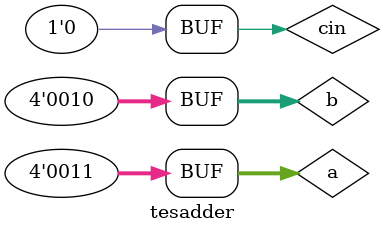
<source format=v>
`timescale 1ns / 1ps


module tesadder;

	// Inputs
	reg [3:0] a;
	reg [3:0] b;
	reg cin;

	// Outputs
	wire [3:0] sum;
	wire cout;

	// Instantiate the Unit Under Test (UUT)
	adder_block uut (
		.a(a), 
		.b(b), 
		.cin(cin), 
		.sum(sum), 
		.cout(cout)
	);

	initial begin
		// Initialize Inputs
		a = 0;
		b = 0;
		cin = 0;

		// Wait 100 ns for global reset to finish
		#100;
        
		// Add stimulus here
	a = 0;
		b = 2;
		cin = 0;
		
	#100;
		// Add stimulus here
	a = 3;
		b = 2;
		cin = 0;
	end
      
endmodule


</source>
